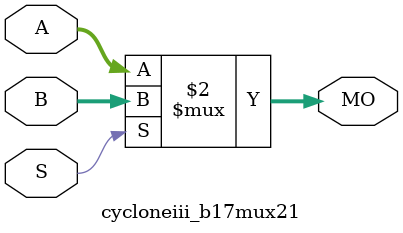
<source format=v>
module cycloneiii_b17mux21 (MO, A, B, S);
   input [16:0] A, B;
   input 	S;
   output [16:0] MO; 
   assign MO = (S == 1) ? B : A; 
endmodule
</source>
